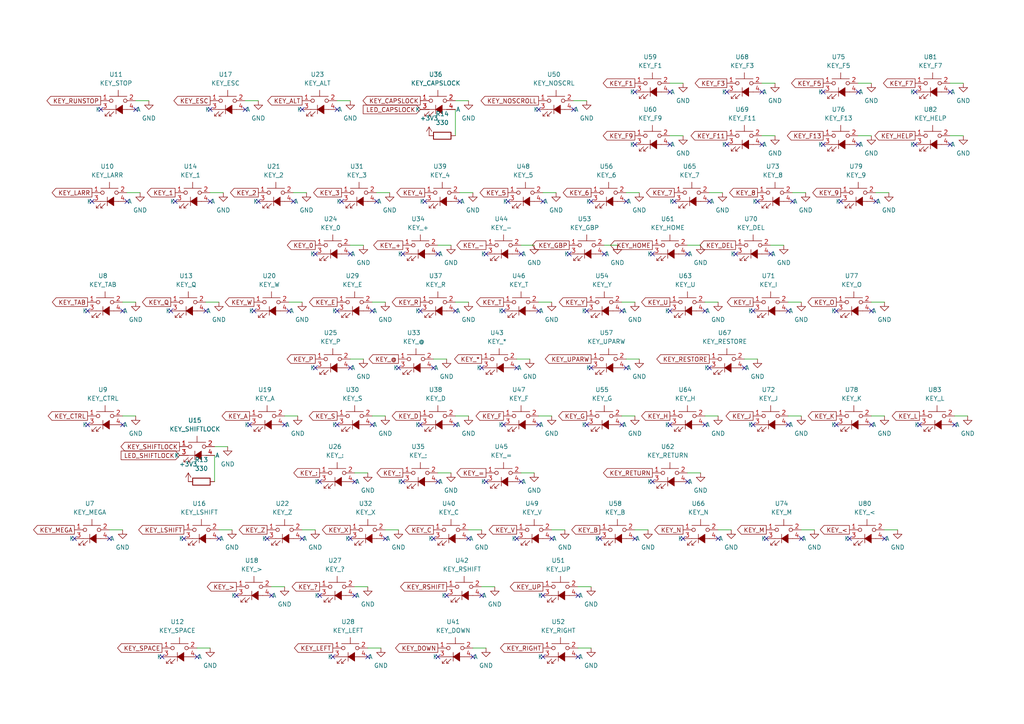
<source format=kicad_sch>
(kicad_sch (version 20211123) (generator eeschema)
  (paper "A4")
  (lib_symbols
    (symbol "00Project-CherryMX:CherryMX_LED" (pin_names (offset -3.9878))
      (property "Reference" "U" (at 2.54 4.445 0))
      (property "Value" "CherryMX_LED" (at 0 -4.445 0))
      (symbol "CherryMX_LED_1_1"
        (circle (center -2.032 1.27) (radius 0.508))
        (polyline (pts (xy -3.81 -3.175) (xy -2.54 -1.905)))
        (polyline (pts (xy -2.54 -3.175) (xy -1.27 -1.905)))
        (polyline (pts (xy -2.54 -1.27) (xy 2.54 -1.27)))
        (polyline (pts (xy -0.635 0) (xy -0.635 -2.54)))
        (polyline (pts (xy 0 2.54) (xy 0 4.318)))
        (polyline (pts (xy 2.54 2.54) (xy -2.54 2.54)))
        (polyline (pts (xy -3.81 -2.54) (xy -3.81 -3.175) (xy -3.175 -3.175)))
        (polyline (pts (xy -2.54 -2.54) (xy -2.54 -3.175) (xy -1.905 -3.175)))
        (polyline (pts (xy -0.635 -1.27) (xy 1.27 0) (xy 1.27 -2.54) (xy -0.635 -1.27)) (fill (type outline)))
        (circle (center 2.032 1.27) (radius 0.508))
        (pin passive line (at -5.08 1.27 0) (length 2.54) (name "~") (number "1"))
        (pin passive line (at 5.08 1.27 180) (length 2.54) (name "~") (number "2"))
        (pin passive line (at -5.08 -1.27 0) (length 2.54) (name "K") (number "3"))
        (pin passive line (at 5.08 -1.27 180) (length 2.54) (name "A") (number "4"))
      )
    )
    (symbol "00Project-LEDs:R" (pin_numbers hide) (pin_names (offset 0))
      (property "Reference" "R" (at 2.032 0 90))
      (property "Value" "R" (at 0 0 90))
      (symbol "R_0_1"
        (rectangle (start -1.016 -2.54) (end 1.016 2.54) (stroke (width 0.254)))
      )
      (symbol "R_1_1"
        (pin passive line (at 0 3.81 270) (length 1.27) (name "~") (number "1"))
        (pin passive line (at 0 -3.81 90) (length 1.27) (name "~") (number "2"))
      )
    )
    (symbol "power:+3.3V" (power) (pin_names (offset 0))
      (property "Value" "+3.3V" (at 0 3.556 0))
      (symbol "+3.3V_0_1"
        (polyline (pts (xy -0.762 1.27) (xy 0 2.54)))
        (polyline (pts (xy 0 0) (xy 0 2.54)))
        (polyline (pts (xy 0 2.54) (xy 0.762 1.27)))
      )
      (symbol "+3.3V_1_1"
        (pin power_in line (at 0 0 90) (length 0) hide (name "+3V3") (number "1"))
      )
    )
    (symbol "power:GND" (power) (pin_names (offset 0))
      (property "Value" "GND" (at 0 -3.81 0))
      (symbol "GND_0_1"
        (polyline (pts (xy 0 0) (xy 0 -1.27) (xy 1.27 -1.27) (xy 0 -2.54) (xy -1.27 -1.27) (xy 0 -1.27)))
      )
      (symbol "GND_1_1"
        (pin power_in line (at 0 0 270) (length 0) hide (name "GND") (number "1"))
      )
    )
  )
  (no_connect (at 111.76 156.21))
  (no_connect (at 107.95 123.19))
  (no_connect (at 35.56 123.19))
  (no_connect (at 266.7 123.19))
  (no_connect (at 57.15 190.5))
  (no_connect (at 252.73 123.19))
  (no_connect (at 149.86 156.21))
  (no_connect (at 171.45 106.68))
  (no_connect (at 68.58 172.72))
  (no_connect (at 49.53 90.17))
  (no_connect (at 265.43 26.67))
  (no_connect (at 101.6 156.21))
  (no_connect (at 72.39 123.19))
  (no_connect (at 184.15 41.91))
  (no_connect (at 180.34 90.17))
  (no_connect (at 133.35 58.42))
  (no_connect (at 256.54 156.21))
  (no_connect (at 157.48 172.72))
  (no_connect (at 132.08 123.19))
  (no_connect (at 121.92 123.19))
  (no_connect (at 165.1 73.66))
  (no_connect (at 63.5 156.21))
  (no_connect (at 210.82 41.91))
  (no_connect (at 129.54 172.72))
  (no_connect (at 127 139.7))
  (no_connect (at 238.76 41.91))
  (no_connect (at 208.28 156.21))
  (no_connect (at 222.25 156.21))
  (no_connect (at 199.39 139.7))
  (no_connect (at 31.75 156.21))
  (no_connect (at 102.87 172.72))
  (no_connect (at 91.44 73.66))
  (no_connect (at 218.44 90.17))
  (no_connect (at 99.06 58.42))
  (no_connect (at 218.44 123.19))
  (no_connect (at 59.69 90.17))
  (no_connect (at 275.59 41.91))
  (no_connect (at 248.92 26.67))
  (no_connect (at 25.4 90.17))
  (no_connect (at 96.52 190.5))
  (no_connect (at 265.43 41.91))
  (no_connect (at 194.31 41.91))
  (no_connect (at 121.92 90.17))
  (no_connect (at 252.73 90.17))
  (no_connect (at 107.95 90.17))
  (no_connect (at 77.47 156.21))
  (no_connect (at 92.71 172.72))
  (no_connect (at 242.57 90.17))
  (no_connect (at 85.09 58.42))
  (no_connect (at 195.58 58.42))
  (no_connect (at 166.37 31.75))
  (no_connect (at 173.99 156.21))
  (no_connect (at 82.55 123.19))
  (no_connect (at 60.96 31.75))
  (no_connect (at 276.86 123.19))
  (no_connect (at 140.97 139.7))
  (no_connect (at 180.34 123.19))
  (no_connect (at 228.6 90.17))
  (no_connect (at 140.97 73.66))
  (no_connect (at 223.52 73.66))
  (no_connect (at 127 190.5))
  (no_connect (at 198.12 156.21))
  (no_connect (at 147.32 58.42))
  (no_connect (at 25.4 123.19))
  (no_connect (at 97.79 123.19))
  (no_connect (at 101.6 73.66))
  (no_connect (at 109.22 58.42))
  (no_connect (at 116.84 139.7))
  (no_connect (at 26.67 58.42))
  (no_connect (at 91.44 106.68))
  (no_connect (at 125.73 156.21))
  (no_connect (at 167.64 190.5))
  (no_connect (at 243.84 58.42))
  (no_connect (at 210.82 26.67))
  (no_connect (at 146.05 90.17))
  (no_connect (at 160.02 156.21))
  (no_connect (at 29.21 31.75))
  (no_connect (at 170.18 123.19))
  (no_connect (at 228.6 123.19))
  (no_connect (at 87.63 31.75))
  (no_connect (at 97.79 31.75))
  (no_connect (at 189.23 139.7))
  (no_connect (at 184.15 156.21))
  (no_connect (at 232.41 156.21))
  (no_connect (at 97.79 90.17))
  (no_connect (at 106.68 190.5))
  (no_connect (at 254 58.42))
  (no_connect (at 78.74 172.72))
  (no_connect (at 73.66 90.17))
  (no_connect (at 127 73.66))
  (no_connect (at 171.45 58.42))
  (no_connect (at 175.26 73.66))
  (no_connect (at 229.87 58.42))
  (no_connect (at 139.7 106.68))
  (no_connect (at 83.82 90.17))
  (no_connect (at 181.61 106.68))
  (no_connect (at 184.15 26.67))
  (no_connect (at 87.63 156.21))
  (no_connect (at 137.16 190.5))
  (no_connect (at 275.59 26.67))
  (no_connect (at 151.13 139.7))
  (no_connect (at 135.89 156.21))
  (no_connect (at 74.93 58.42))
  (no_connect (at 167.64 172.72))
  (no_connect (at 205.74 58.42))
  (no_connect (at 149.86 106.68))
  (no_connect (at 132.08 90.17))
  (no_connect (at 157.48 58.42))
  (no_connect (at 194.31 26.67))
  (no_connect (at 35.56 90.17))
  (no_connect (at 60.96 58.42))
  (no_connect (at 156.21 90.17))
  (no_connect (at 189.23 73.66))
  (no_connect (at 92.71 139.7))
  (no_connect (at 102.87 139.7))
  (no_connect (at 46.99 190.5))
  (no_connect (at 36.83 58.42))
  (no_connect (at 246.38 156.21))
  (no_connect (at 220.98 41.91))
  (no_connect (at 157.48 190.5))
  (no_connect (at 156.21 31.75))
  (no_connect (at 156.21 123.19))
  (no_connect (at 21.59 156.21))
  (no_connect (at 194.31 123.19))
  (no_connect (at 199.39 73.66))
  (no_connect (at 115.57 106.68))
  (no_connect (at 151.13 73.66))
  (no_connect (at 170.18 90.17))
  (no_connect (at 125.73 106.68))
  (no_connect (at 194.31 90.17))
  (no_connect (at 238.76 26.67))
  (no_connect (at 220.98 26.67))
  (no_connect (at 204.47 90.17))
  (no_connect (at 204.47 123.19))
  (no_connect (at 39.37 31.75))
  (no_connect (at 219.71 58.42))
  (no_connect (at 215.9 106.68))
  (no_connect (at 53.34 156.21))
  (no_connect (at 71.12 31.75))
  (no_connect (at 181.61 58.42))
  (no_connect (at 139.7 172.72))
  (no_connect (at 116.84 73.66))
  (no_connect (at 101.6 106.68))
  (no_connect (at 248.92 41.91))
  (no_connect (at 205.74 106.68))
  (no_connect (at 213.36 73.66))
  (no_connect (at 242.57 123.19))
  (no_connect (at 50.8 58.42))
  (no_connect (at 146.05 123.19))
  (no_connect (at 123.19 58.42))
  (wire (pts (xy 107.95 87.63) (xy 111.76 87.63)))
  (wire (pts (xy 149.86 104.14) (xy 153.67 104.14)))
  (wire (pts (xy 228.6 87.63) (xy 232.41 87.63)))
  (wire (pts (xy 254 55.88) (xy 257.81 55.88)))
  (wire (pts (xy 194.31 24.13) (xy 198.12 24.13)))
  (wire (pts (xy 167.64 187.96) (xy 171.45 187.96)))
  (wire (pts (xy 256.54 153.67) (xy 260.35 153.67)))
  (wire (pts (xy 85.09 55.88) (xy 88.9 55.88)))
  (wire (pts (xy 132.08 120.65) (xy 135.89 120.65)))
  (wire (pts (xy 204.47 87.63) (xy 208.28 87.63)))
  (wire (pts (xy 167.64 170.18) (xy 171.45 170.18)))
  (wire (pts (xy 71.12 29.21) (xy 74.93 29.21)))
  (wire (pts (xy 39.37 29.21) (xy 43.18 29.21)))
  (wire (pts (xy 228.6 120.65) (xy 232.41 120.65)))
  (wire (pts (xy 151.13 71.12) (xy 154.94 71.12)))
  (wire (pts (xy 78.74 170.18) (xy 82.55 170.18)))
  (wire (pts (xy 215.9 104.14) (xy 219.71 104.14)))
  (wire (pts (xy 97.79 29.21) (xy 101.6 29.21)))
  (wire (pts (xy 220.98 24.13) (xy 224.79 24.13)))
  (wire (pts (xy 208.28 153.67) (xy 212.09 153.67)))
  (wire (pts (xy 102.87 170.18) (xy 106.68 170.18)))
  (wire (pts (xy 181.61 104.14) (xy 185.42 104.14)))
  (wire (pts (xy 223.52 71.12) (xy 227.33 71.12)))
  (wire (pts (xy 63.5 153.67) (xy 67.31 153.67)))
  (wire (pts (xy 62.23 132.08) (xy 62.23 139.7)))
  (wire (pts (xy 151.13 137.16) (xy 154.94 137.16)))
  (wire (pts (xy 107.95 120.65) (xy 111.76 120.65)))
  (wire (pts (xy 166.37 29.21) (xy 170.18 29.21)))
  (wire (pts (xy 125.73 104.14) (xy 129.54 104.14)))
  (wire (pts (xy 204.47 120.65) (xy 208.28 120.65)))
  (wire (pts (xy 276.86 120.65) (xy 280.67 120.65)))
  (wire (pts (xy 35.56 120.65) (xy 39.37 120.65)))
  (wire (pts (xy 156.21 87.63) (xy 160.02 87.63)))
  (wire (pts (xy 180.34 87.63) (xy 184.15 87.63)))
  (wire (pts (xy 156.21 120.65) (xy 160.02 120.65)))
  (wire (pts (xy 252.73 87.63) (xy 256.54 87.63)))
  (wire (pts (xy 175.26 71.12) (xy 179.07 71.12)))
  (wire (pts (xy 132.08 29.21) (xy 135.89 29.21)))
  (wire (pts (xy 62.23 129.54) (xy 66.04 129.54)))
  (wire (pts (xy 137.16 187.96) (xy 140.97 187.96)))
  (wire (pts (xy 101.6 71.12) (xy 105.41 71.12)))
  (wire (pts (xy 220.98 39.37) (xy 224.79 39.37)))
  (wire (pts (xy 205.74 55.88) (xy 209.55 55.88)))
  (wire (pts (xy 132.08 31.75) (xy 132.08 39.37)))
  (wire (pts (xy 252.73 120.65) (xy 256.54 120.65)))
  (wire (pts (xy 132.08 87.63) (xy 135.89 87.63)))
  (wire (pts (xy 232.41 153.67) (xy 236.22 153.67)))
  (wire (pts (xy 229.87 55.88) (xy 233.68 55.88)))
  (wire (pts (xy 199.39 137.16) (xy 203.2 137.16)))
  (wire (pts (xy 87.63 153.67) (xy 91.44 153.67)))
  (wire (pts (xy 57.15 187.96) (xy 60.96 187.96)))
  (wire (pts (xy 109.22 55.88) (xy 113.03 55.88)))
  (wire (pts (xy 160.02 153.67) (xy 163.83 153.67)))
  (wire (pts (xy 35.56 87.63) (xy 39.37 87.63)))
  (wire (pts (xy 194.31 39.37) (xy 198.12 39.37)))
  (wire (pts (xy 102.87 137.16) (xy 106.68 137.16)))
  (wire (pts (xy 59.69 87.63) (xy 63.5 87.63)))
  (wire (pts (xy 275.59 39.37) (xy 279.4 39.37)))
  (wire (pts (xy 157.48 55.88) (xy 161.29 55.88)))
  (wire (pts (xy 139.7 170.18) (xy 143.51 170.18)))
  (wire (pts (xy 101.6 104.14) (xy 105.41 104.14)))
  (wire (pts (xy 31.75 153.67) (xy 35.56 153.67)))
  (wire (pts (xy 275.59 24.13) (xy 279.4 24.13)))
  (wire (pts (xy 248.92 24.13) (xy 252.73 24.13)))
  (wire (pts (xy 135.89 153.67) (xy 139.7 153.67)))
  (wire (pts (xy 133.35 55.88) (xy 137.16 55.88)))
  (wire (pts (xy 199.39 71.12) (xy 203.2 71.12)))
  (wire (pts (xy 248.92 39.37) (xy 252.73 39.37)))
  (wire (pts (xy 106.68 187.96) (xy 110.49 187.96)))
  (wire (pts (xy 83.82 87.63) (xy 87.63 87.63)))
  (wire (pts (xy 181.61 55.88) (xy 185.42 55.88)))
  (wire (pts (xy 111.76 153.67) (xy 115.57 153.67)))
  (wire (pts (xy 127 71.12) (xy 130.81 71.12)))
  (wire (pts (xy 36.83 55.88) (xy 40.64 55.88)))
  (wire (pts (xy 60.96 55.88) (xy 64.77 55.88)))
  (wire (pts (xy 180.34 120.65) (xy 184.15 120.65)))
  (wire (pts (xy 184.15 153.67) (xy 187.96 153.67)))
  (wire (pts (xy 127 137.16) (xy 130.81 137.16)))
  (wire (pts (xy 82.55 120.65) (xy 86.36 120.65)))
  (global_label "KEY_9" (shape output) (at 243.84 55.88 180) (property "Intersheet References" "${INTERSHEET_REFS}" (effects hide)))
  (global_label "KEY_*" (shape output) (at 139.7 104.14 180) (property "Intersheet References" "${INTERSHEET_REFS}" (effects hide)))
  (global_label "KEY_E" (shape output) (at 97.79 87.63 180) (property "Intersheet References" "${INTERSHEET_REFS}" (effects hide)))
  (global_label "KEY_0" (shape output) (at 91.44 71.12 180) (property "Intersheet References" "${INTERSHEET_REFS}" (effects hide)))
  (global_label "KEY_F1" (shape output) (at 184.15 24.13 180) (property "Intersheet References" "${INTERSHEET_REFS}" (effects hide)))
  (global_label "KEY_8" (shape output) (at 219.71 55.88 180) (property "Intersheet References" "${INTERSHEET_REFS}" (effects hide)))
  (global_label "KEY_ESC" (shape output) (at 60.96 29.21 180) (property "Intersheet References" "${INTERSHEET_REFS}" (effects hide)))
  (global_label "KEY_LARR" (shape output) (at 26.67 55.88 180) (property "Intersheet References" "${INTERSHEET_REFS}" (effects hide)))
  (global_label "KEY_F9" (shape output) (at 184.15 39.37 180) (property "Intersheet References" "${INTERSHEET_REFS}" (effects hide)))
  (global_label "KEY_A" (shape output) (at 72.39 120.65 180) (property "Intersheet References" "${INTERSHEET_REFS}" (effects hide)))
  (global_label "KEY_MEGA" (shape output) (at 21.59 153.67 180) (property "Intersheet References" "${INTERSHEET_REFS}" (effects hide)))
  (global_label "KEY_<" (shape output) (at 246.38 153.67 180) (property "Intersheet References" "${INTERSHEET_REFS}" (effects hide)))
  (global_label "KEY_D" (shape output) (at 121.92 120.65 180) (property "Intersheet References" "${INTERSHEET_REFS}" (effects hide)))
  (global_label "KEY_>" (shape output) (at 68.58 170.18 180) (property "Intersheet References" "${INTERSHEET_REFS}" (effects hide)))
  (global_label "LED_CAPSLOCK" (shape input) (at 121.92 31.75 180) (property "Intersheet References" "${INTERSHEET_REFS}" (effects hide)))
  (global_label "KEY_;" (shape output) (at 116.84 137.16 180) (property "Intersheet References" "${INTERSHEET_REFS}" (effects hide)))
  (global_label "KEY_M" (shape output) (at 222.25 153.67 180) (property "Intersheet References" "${INTERSHEET_REFS}" (effects hide)))
  (global_label "KEY_RETURN" (shape output) (at 189.23 137.16 180) (property "Intersheet References" "${INTERSHEET_REFS}" (effects hide)))
  (global_label "KEY_DEL" (shape output) (at 213.36 71.12 180) (property "Intersheet References" "${INTERSHEET_REFS}" (effects hide)))
  (global_label "KEY_=" (shape output) (at 140.97 137.16 180) (property "Intersheet References" "${INTERSHEET_REFS}" (effects hide)))
  (global_label "KEY_R" (shape output) (at 121.92 87.63 180) (property "Intersheet References" "${INTERSHEET_REFS}" (effects hide)))
  (global_label "KEY_CTRL" (shape output) (at 25.4 120.65 180) (property "Intersheet References" "${INTERSHEET_REFS}" (effects hide)))
  (global_label "KEY_F" (shape output) (at 146.05 120.65 180) (property "Intersheet References" "${INTERSHEET_REFS}" (effects hide)))
  (global_label "KEY_Y" (shape output) (at 170.18 87.63 180) (property "Intersheet References" "${INTERSHEET_REFS}" (effects hide)))
  (global_label "KEY_-" (shape output) (at 140.97 71.12 180) (property "Intersheet References" "${INTERSHEET_REFS}" (effects hide)))
  (global_label "KEY_+" (shape output) (at 116.84 71.12 180) (property "Intersheet References" "${INTERSHEET_REFS}" (effects hide)))
  (global_label "KEY_I" (shape output) (at 218.44 87.63 180) (property "Intersheet References" "${INTERSHEET_REFS}" (effects hide)))
  (global_label "KEY_6" (shape output) (at 171.45 55.88 180) (property "Intersheet References" "${INTERSHEET_REFS}" (effects hide)))
  (global_label "KEY_N" (shape output) (at 198.12 153.67 180) (property "Intersheet References" "${INTERSHEET_REFS}" (effects hide)))
  (global_label "KEY_Z" (shape output) (at 77.47 153.67 180) (property "Intersheet References" "${INTERSHEET_REFS}" (effects hide)))
  (global_label "KEY_3" (shape output) (at 99.06 55.88 180) (property "Intersheet References" "${INTERSHEET_REFS}" (effects hide)))
  (global_label "KEY_4" (shape output) (at 123.19 55.88 180) (property "Intersheet References" "${INTERSHEET_REFS}" (effects hide)))
  (global_label "KEY_F13" (shape output) (at 238.76 39.37 180) (property "Intersheet References" "${INTERSHEET_REFS}" (effects hide)))
  (global_label "KEY_NOSCROLL" (shape output) (at 156.21 29.21 180) (property "Intersheet References" "${INTERSHEET_REFS}" (effects hide)))
  (global_label "KEY_HOME" (shape output) (at 189.23 71.12 180) (property "Intersheet References" "${INTERSHEET_REFS}" (effects hide)))
  (global_label "KEY_LSHIFT" (shape output) (at 53.34 153.67 180) (property "Intersheet References" "${INTERSHEET_REFS}" (effects hide)))
  (global_label "KEY_U" (shape output) (at 194.31 87.63 180) (property "Intersheet References" "${INTERSHEET_REFS}" (effects hide)))
  (global_label "KEY_F5" (shape output) (at 238.76 24.13 180) (property "Intersheet References" "${INTERSHEET_REFS}" (effects hide)))
  (global_label "KEY_SPACE" (shape output) (at 46.99 187.96 180) (property "Intersheet References" "${INTERSHEET_REFS}" (effects hide)))
  (global_label "KEY_Q" (shape output) (at 49.53 87.63 180) (property "Intersheet References" "${INTERSHEET_REFS}" (effects hide)))
  (global_label "KEY_DOWN" (shape output) (at 127 187.96 180) (property "Intersheet References" "${INTERSHEET_REFS}" (effects hide)))
  (global_label "KEY_L" (shape output) (at 266.7 120.65 180) (property "Intersheet References" "${INTERSHEET_REFS}" (effects hide)))
  (global_label "KEY_T" (shape output) (at 146.05 87.63 180) (property "Intersheet References" "${INTERSHEET_REFS}" (effects hide)))
  (global_label "KEY_RUNSTOP" (shape output) (at 29.21 29.21 180) (property "Intersheet References" "${INTERSHEET_REFS}" (effects hide)))
  (global_label "KEY_F7" (shape output) (at 265.43 24.13 180) (property "Intersheet References" "${INTERSHEET_REFS}" (effects hide)))
  (global_label "KEY_RESTORE" (shape output) (at 205.74 104.14 180) (property "Intersheet References" "${INTERSHEET_REFS}" (effects hide)))
  (global_label "KEY_S" (shape output) (at 97.79 120.65 180) (property "Intersheet References" "${INTERSHEET_REFS}" (effects hide)))
  (global_label "KEY_CAPSLOCK" (shape output) (at 121.92 29.21 180) (property "Intersheet References" "${INTERSHEET_REFS}" (effects hide)))
  (global_label "LED_SHIFTLOCK" (shape input) (at 52.07 132.08 180) (property "Intersheet References" "${INTERSHEET_REFS}" (effects hide)))
  (global_label "KEY_RIGHT" (shape output) (at 157.48 187.96 180) (property "Intersheet References" "${INTERSHEET_REFS}" (effects hide)))
  (global_label "KEY_F3" (shape output) (at 210.82 24.13 180) (property "Intersheet References" "${INTERSHEET_REFS}" (effects hide)))
  (global_label "KEY_LEFT" (shape output) (at 96.52 187.96 180) (property "Intersheet References" "${INTERSHEET_REFS}" (effects hide)))
  (global_label "KEY_G" (shape output) (at 170.18 120.65 180) (property "Intersheet References" "${INTERSHEET_REFS}" (effects hide)))
  (global_label "KEY_HELP" (shape output) (at 265.43 39.37 180) (property "Intersheet References" "${INTERSHEET_REFS}" (effects hide)))
  (global_label "KEY_K" (shape output) (at 242.57 120.65 180) (property "Intersheet References" "${INTERSHEET_REFS}" (effects hide)))
  (global_label "KEY_C" (shape output) (at 125.73 153.67 180) (property "Intersheet References" "${INTERSHEET_REFS}" (effects hide)))
  (global_label "KEY_P" (shape output) (at 91.44 104.14 180) (property "Intersheet References" "${INTERSHEET_REFS}" (effects hide)))
  (global_label "KEY_X" (shape output) (at 101.6 153.67 180) (property "Intersheet References" "${INTERSHEET_REFS}" (effects hide)))
  (global_label "KEY_V" (shape output) (at 149.86 153.67 180) (property "Intersheet References" "${INTERSHEET_REFS}" (effects hide)))
  (global_label "KEY_5" (shape output) (at 147.32 55.88 180) (property "Intersheet References" "${INTERSHEET_REFS}" (effects hide)))
  (global_label "KEY_ALT" (shape output) (at 87.63 29.21 180) (property "Intersheet References" "${INTERSHEET_REFS}" (effects hide)))
  (global_label "KEY_:" (shape output) (at 92.71 137.16 180) (property "Intersheet References" "${INTERSHEET_REFS}" (effects hide)))
  (global_label "KEY_2" (shape output) (at 74.93 55.88 180) (property "Intersheet References" "${INTERSHEET_REFS}" (effects hide)))
  (global_label "KEY_SHIFTLOCK" (shape output) (at 52.07 129.54 180) (property "Intersheet References" "${INTERSHEET_REFS}" (effects hide)))
  (global_label "KEY_W" (shape output) (at 73.66 87.63 180) (property "Intersheet References" "${INTERSHEET_REFS}" (effects hide)))
  (global_label "KEY_7" (shape output) (at 195.58 55.88 180) (property "Intersheet References" "${INTERSHEET_REFS}" (effects hide)))
  (global_label "KEY_UPARW" (shape output) (at 171.45 104.14 180) (property "Intersheet References" "${INTERSHEET_REFS}" (effects hide)))
  (global_label "KEY_RSHIFT" (shape output) (at 129.54 170.18 180) (property "Intersheet References" "${INTERSHEET_REFS}" (effects hide)))
  (global_label "KEY_GBP" (shape output) (at 165.1 71.12 180) (property "Intersheet References" "${INTERSHEET_REFS}" (effects hide)))
  (global_label "KEY_H" (shape output) (at 194.31 120.65 180) (property "Intersheet References" "${INTERSHEET_REFS}" (effects hide)))
  (global_label "KEY_UP" (shape output) (at 157.48 170.18 180) (property "Intersheet References" "${INTERSHEET_REFS}" (effects hide)))
  (global_label "KEY_B" (shape output) (at 173.99 153.67 180) (property "Intersheet References" "${INTERSHEET_REFS}" (effects hide)))
  (global_label "KEY_@" (shape output) (at 115.57 104.14 180) (property "Intersheet References" "${INTERSHEET_REFS}" (effects hide)))
  (global_label "KEY_1" (shape output) (at 50.8 55.88 180) (property "Intersheet References" "${INTERSHEET_REFS}" (effects hide)))
  (global_label "KEY_O" (shape output) (at 242.57 87.63 180) (property "Intersheet References" "${INTERSHEET_REFS}" (effects hide)))
  (global_label "KEY_F11" (shape output) (at 210.82 39.37 180) (property "Intersheet References" "${INTERSHEET_REFS}" (effects hide)))
  (global_label "KEY_?" (shape output) (at 92.71 170.18 180) (property "Intersheet References" "${INTERSHEET_REFS}" (effects hide)))
  (global_label "KEY_TAB" (shape output) (at 25.4 87.63 180) (property "Intersheet References" "${INTERSHEET_REFS}" (effects hide)))
  (global_label "KEY_J" (shape output) (at 218.44 120.65 180) (property "Intersheet References" "${INTERSHEET_REFS}" (effects hide)))
  (symbol (lib_id "power:GND") (at 171.45 170.18 0) (unit 1)
    (property "Reference" "#PWR079" (effects hide))
    (property "Value" "GND" (at 171.45 175.26 0))
  )
  (symbol (lib_id "00Project-CherryMX:CherryMX_LED") (at 77.47 121.92 0) (unit 1)
    (property "Reference" "U19" (at 76.835 113.03 0))
    (property "Value" "KEY_A" (at 76.835 115.57 0))
    (property "Footprint" "00Project-KeySwitches:SW_Cherry_MX1A_1.00u_PCB_LED" (effects hide))
  )
  (symbol (lib_id "00Project-CherryMX:CherryMX_LED") (at 215.9 25.4 0) (unit 1)
    (property "Reference" "U68" (at 215.265 16.51 0))
    (property "Value" "KEY_F3" (at 215.265 19.05 0))
    (property "Footprint" "00Project-KeySwitches:SW_Cherry_MX1A_1.00u_PCB_LED" (effects hide))
  )
  (symbol (lib_id "power:GND") (at 161.29 55.88 0) (unit 1)
    (property "Reference" "#PWR076" (effects hide))
    (property "Value" "GND" (at 161.29 60.96 0))
  )
  (symbol (lib_id "00Project-CherryMX:CherryMX_LED") (at 210.82 105.41 0) (unit 1)
    (property "Reference" "U67" (at 210.185 96.52 0))
    (property "Value" "KEY_RESTORE" (at 210.185 99.06 0))
    (property "Footprint" "00Project-KeySwitches:SW_Cherry_MX1A_1.00u_PCB_LED" (effects hide))
  )
  (symbol (lib_id "power:GND") (at 232.41 87.63 0) (unit 1)
    (property "Reference" "#PWR099" (effects hide))
    (property "Value" "GND" (at 232.41 92.71 0))
  )
  (symbol (lib_id "power:GND") (at 227.33 71.12 0) (unit 1)
    (property "Reference" "#PWR098" (effects hide))
    (property "Value" "GND" (at 227.33 76.2 0))
  )
  (symbol (lib_id "00Project-CherryMX:CherryMX_LED") (at 247.65 121.92 0) (unit 1)
    (property "Reference" "U78" (at 247.015 113.03 0))
    (property "Value" "KEY_K" (at 247.015 115.57 0))
    (property "Footprint" "00Project-KeySwitches:SW_Cherry_MX1A_1.00u_PCB_LED" (effects hide))
  )
  (symbol (lib_id "00Project-CherryMX:CherryMX_LED") (at 203.2 154.94 0) (unit 1)
    (property "Reference" "U66" (at 202.565 146.05 0))
    (property "Value" "KEY_N" (at 202.565 148.59 0))
    (property "Footprint" "00Project-KeySwitches:SW_Cherry_MX1A_1.00u_PCB_LED" (effects hide))
  )
  (symbol (lib_id "00Project-CherryMX:CherryMX_LED") (at 243.84 25.4 0) (unit 1)
    (property "Reference" "U75" (at 243.205 16.51 0))
    (property "Value" "KEY_F5" (at 243.205 19.05 0))
    (property "Footprint" "00Project-KeySwitches:SW_Cherry_MX1A_1.00u_PCB_LED" (effects hide))
  )
  (symbol (lib_id "power:GND") (at 257.81 55.88 0) (unit 1)
    (property "Reference" "#PWR0107" (effects hide))
    (property "Value" "GND" (at 257.81 60.96 0))
  )
  (symbol (lib_id "00Project-CherryMX:CherryMX_LED") (at 102.87 88.9 0) (unit 1)
    (property "Reference" "U29" (at 102.235 80.01 0))
    (property "Value" "KEY_E" (at 102.235 82.55 0))
    (property "Footprint" "00Project-KeySwitches:SW_Cherry_MX1A_1.00u_PCB_LED" (effects hide))
  )
  (symbol (lib_id "power:GND") (at 279.4 24.13 0) (unit 1)
    (property "Reference" "#PWR0109" (effects hide))
    (property "Value" "GND" (at 279.4 29.21 0))
  )
  (symbol (lib_id "00Project-CherryMX:CherryMX_LED") (at 55.88 57.15 0) (unit 1)
    (property "Reference" "U14" (at 55.245 48.26 0))
    (property "Value" "KEY_1" (at 55.245 50.8 0))
    (property "Footprint" "00Project-KeySwitches:SW_Cherry_MX1A_1.00u_PCB_LED" (effects hide))
  )
  (symbol (lib_id "00Project-CherryMX:CherryMX_LED") (at 80.01 57.15 0) (unit 1)
    (property "Reference" "U21" (at 79.375 48.26 0))
    (property "Value" "KEY_2" (at 79.375 50.8 0))
    (property "Footprint" "00Project-KeySwitches:SW_Cherry_MX1A_1.00u_PCB_LED" (effects hide))
  )
  (symbol (lib_id "00Project-CherryMX:CherryMX_LED") (at 154.94 154.94 0) (unit 1)
    (property "Reference" "U49" (at 154.305 146.05 0))
    (property "Value" "KEY_V" (at 154.305 148.59 0))
    (property "Footprint" "00Project-KeySwitches:SW_Cherry_MX1A_1.00u_PCB_LED" (effects hide))
  )
  (symbol (lib_id "power:GND") (at 256.54 87.63 0) (unit 1)
    (property "Reference" "#PWR0105" (effects hide))
    (property "Value" "GND" (at 256.54 92.71 0))
  )
  (symbol (lib_id "power:GND") (at 137.16 55.88 0) (unit 1)
    (property "Reference" "#PWR067" (effects hide))
    (property "Value" "GND" (at 137.16 60.96 0))
  )
  (symbol (lib_id "power:GND") (at 139.7 153.67 0) (unit 1)
    (property "Reference" "#PWR068" (effects hide))
    (property "Value" "GND" (at 139.7 158.75 0))
  )
  (symbol (lib_id "power:GND") (at 224.79 24.13 0) (unit 1)
    (property "Reference" "#PWR096" (effects hide))
    (property "Value" "GND" (at 224.79 29.21 0))
  )
  (symbol (lib_id "00Project-CherryMX:CherryMX_LED") (at 106.68 154.94 0) (unit 1)
    (property "Reference" "U32" (at 106.045 146.05 0))
    (property "Value" "KEY_X" (at 106.045 148.59 0))
    (property "Footprint" "00Project-KeySwitches:SW_Cherry_MX1A_1.00u_PCB_LED" (effects hide))
  )
  (symbol (lib_id "power:GND") (at 111.76 87.63 0) (unit 1)
    (property "Reference" "#PWR056" (effects hide))
    (property "Value" "GND" (at 111.76 92.71 0))
  )
  (symbol (lib_id "power:GND") (at 105.41 104.14 0) (unit 1)
    (property "Reference" "#PWR052" (effects hide))
    (property "Value" "GND" (at 105.41 109.22 0))
  )
  (symbol (lib_id "power:GND") (at 60.96 187.96 0) (unit 1)
    (property "Reference" "#PWR039" (effects hide))
    (property "Value" "GND" (at 60.96 193.04 0))
  )
  (symbol (lib_id "00Project-CherryMX:CherryMX_LED") (at 151.13 121.92 0) (unit 1)
    (property "Reference" "U47" (at 150.495 113.03 0))
    (property "Value" "KEY_F" (at 150.495 115.57 0))
    (property "Footprint" "00Project-KeySwitches:SW_Cherry_MX1A_1.00u_PCB_LED" (effects hide))
  )
  (symbol (lib_id "power:GND") (at 43.18 29.21 0) (unit 1)
    (property "Reference" "#PWR037" (effects hide))
    (property "Value" "GND" (at 43.18 34.29 0))
  )
  (symbol (lib_id "00Project-CherryMX:CherryMX_LED") (at 175.26 121.92 0) (unit 1)
    (property "Reference" "U55" (at 174.625 113.03 0))
    (property "Value" "KEY_G" (at 174.625 115.57 0))
    (property "Footprint" "00Project-KeySwitches:SW_Cherry_MX1A_1.00u_PCB_LED" (effects hide))
  )
  (symbol (lib_id "00Project-CherryMX:CherryMX_LED") (at 200.66 57.15 0) (unit 1)
    (property "Reference" "U65" (at 200.025 48.26 0))
    (property "Value" "KEY_7" (at 200.025 50.8 0))
    (property "Footprint" "00Project-KeySwitches:SW_Cherry_MX1A_1.00u_PCB_LED" (effects hide))
  )
  (symbol (lib_id "00Project-CherryMX:CherryMX_LED") (at 170.18 72.39 0) (unit 1)
    (property "Reference" "U53" (at 169.545 63.5 0))
    (property "Value" "KEY_GBP" (at 169.545 66.04 0))
    (property "Footprint" "00Project-KeySwitches:SW_Cherry_MX1A_1.00u_PCB_LED" (effects hide))
  )
  (symbol (lib_id "00Project-CherryMX:CherryMX_LED") (at 189.23 40.64 0) (unit 1)
    (property "Reference" "U60" (at 188.595 31.75 0))
    (property "Value" "KEY_F9" (at 188.595 34.29 0))
    (property "Footprint" "00Project-KeySwitches:SW_Cherry_MX1A_1.00u_PCB_LED" (effects hide))
  )
  (symbol (lib_id "power:GND") (at 233.68 55.88 0) (unit 1)
    (property "Reference" "#PWR0101" (effects hide))
    (property "Value" "GND" (at 233.68 60.96 0))
  )
  (symbol (lib_id "00Project-CherryMX:CherryMX_LED") (at 127 121.92 0) (unit 1)
    (property "Reference" "U38" (at 126.365 113.03 0))
    (property "Value" "KEY_D" (at 126.365 115.57 0))
    (property "Footprint" "00Project-KeySwitches:SW_Cherry_MX1A_1.00u_PCB_LED" (effects hide))
  )
  (symbol (lib_id "00Project-CherryMX:CherryMX_LED") (at 215.9 40.64 0) (unit 1)
    (property "Reference" "U69" (at 215.265 31.75 0))
    (property "Value" "KEY_F11" (at 215.265 34.29 0))
    (property "Footprint" "00Project-KeySwitches:SW_Cherry_MX1A_1.00u_PCB_LED" (effects hide))
  )
  (symbol (lib_id "00Project-CherryMX:CherryMX_LED") (at 227.33 154.94 0) (unit 1)
    (property "Reference" "U74" (at 226.695 146.05 0))
    (property "Value" "KEY_M" (at 226.695 148.59 0))
    (property "Footprint" "00Project-KeySwitches:SW_Cherry_MX1A_1.00u_PCB_LED" (effects hide))
  )
  (symbol (lib_id "power:GND") (at 135.89 87.63 0) (unit 1)
    (property "Reference" "#PWR065" (effects hide))
    (property "Value" "GND" (at 135.89 92.71 0))
  )
  (symbol (lib_id "00Project-CherryMX:CherryMX_LED") (at 218.44 72.39 0) (unit 1)
    (property "Reference" "U70" (at 217.805 63.5 0))
    (property "Value" "KEY_DEL" (at 217.805 66.04 0))
    (property "Footprint" "00Project-KeySwitches:SW_Cherry_MX1A_1.00u_PCB_LED" (effects hide))
  )
  (symbol (lib_id "power:GND") (at 106.68 170.18 0) (unit 1)
    (property "Reference" "#PWR054" (effects hide))
    (property "Value" "GND" (at 106.68 175.26 0))
  )
  (symbol (lib_id "power:GND") (at 260.35 153.67 0) (unit 1)
    (property "Reference" "#PWR0108" (effects hide))
    (property "Value" "GND" (at 260.35 158.75 0))
  )
  (symbol (lib_id "power:GND") (at 130.81 71.12 0) (unit 1)
    (property "Reference" "#PWR062" (effects hide))
    (property "Value" "GND" (at 130.81 76.2 0))
  )
  (symbol (lib_id "00Project-CherryMX:CherryMX_LED") (at 175.26 88.9 0) (unit 1)
    (property "Reference" "U54" (at 174.625 80.01 0))
    (property "Value" "KEY_Y" (at 174.625 82.55 0))
    (property "Footprint" "00Project-KeySwitches:SW_Cherry_MX1A_1.00u_PCB_LED" (effects hide))
  )
  (symbol (lib_id "00Project-CherryMX:CherryMX_LED") (at 127 88.9 0) (unit 1)
    (property "Reference" "U37" (at 126.365 80.01 0))
    (property "Value" "KEY_R" (at 126.365 82.55 0))
    (property "Footprint" "00Project-KeySwitches:SW_Cherry_MX1A_1.00u_PCB_LED" (effects hide))
  )
  (symbol (lib_id "00Project-CherryMX:CherryMX_LED") (at 30.48 88.9 0) (unit 1)
    (property "Reference" "U8" (at 29.845 80.01 0))
    (property "Value" "KEY_TAB" (at 29.845 82.55 0))
    (property "Footprint" "00Project-KeySwitches:SW_Cherry_MX1A_1.00u_PCB_LED" (effects hide))
  )
  (symbol (lib_id "power:GND") (at 111.76 120.65 0) (unit 1)
    (property "Reference" "#PWR057" (effects hide))
    (property "Value" "GND" (at 111.76 125.73 0))
  )
  (symbol (lib_id "00Project-CherryMX:CherryMX_LED") (at 58.42 154.94 0) (unit 1)
    (property "Reference" "U16" (at 57.785 146.05 0))
    (property "Value" "KEY_LSHIFT" (at 57.785 148.59 0))
    (property "Footprint" "00Project-KeySwitches:SW_Cherry_MX1A_1.00u_PCB_LED" (effects hide))
  )
  (symbol (lib_id "power:GND") (at 236.22 153.67 0) (unit 1)
    (property "Reference" "#PWR0102" (effects hide))
    (property "Value" "GND" (at 236.22 158.75 0))
  )
  (symbol (lib_id "power:GND") (at 198.12 24.13 0) (unit 1)
    (property "Reference" "#PWR087" (effects hide))
    (property "Value" "GND" (at 198.12 29.21 0))
  )
  (symbol (lib_id "power:GND") (at 170.18 29.21 0) (unit 1)
    (property "Reference" "#PWR078" (effects hide))
    (property "Value" "GND" (at 170.18 34.29 0))
  )
  (symbol (lib_id "power:GND") (at 135.89 120.65 0) (unit 1)
    (property "Reference" "#PWR066" (effects hide))
    (property "Value" "GND" (at 135.89 125.73 0))
  )
  (symbol (lib_id "00Project-CherryMX:CherryMX_LED") (at 151.13 88.9 0) (unit 1)
    (property "Reference" "U46" (at 150.495 80.01 0))
    (property "Value" "KEY_T" (at 150.495 82.55 0))
    (property "Footprint" "00Project-KeySwitches:SW_Cherry_MX1A_1.00u_PCB_LED" (effects hide))
  )
  (symbol (lib_id "power:GND") (at 209.55 55.88 0) (unit 1)
    (property "Reference" "#PWR093" (effects hide))
    (property "Value" "GND" (at 209.55 60.96 0))
  )
  (symbol (lib_id "power:GND") (at 135.89 29.21 0) (unit 1)
    (property "Reference" "#PWR064" (effects hide))
    (property "Value" "GND" (at 135.89 34.29 0))
  )
  (symbol (lib_id "power:GND") (at 208.28 120.65 0) (unit 1)
    (property "Reference" "#PWR092" (effects hide))
    (property "Value" "GND" (at 208.28 125.73 0))
  )
  (symbol (lib_id "00Project-CherryMX:CherryMX_LED") (at 92.71 30.48 0) (unit 1)
    (property "Reference" "U23" (at 92.075 21.59 0))
    (property "Value" "KEY_ALT" (at 92.075 24.13 0))
    (property "Footprint" "00Project-KeySwitches:SW_Cherry_MX1A_1.00u_PCB_LED" (effects hide))
  )
  (symbol (lib_id "power:GND") (at 88.9 55.88 0) (unit 1)
    (property "Reference" "#PWR048" (effects hide))
    (property "Value" "GND" (at 88.9 60.96 0))
  )
  (symbol (lib_id "power:GND") (at 163.83 153.67 0) (unit 1)
    (property "Reference" "#PWR077" (effects hide))
    (property "Value" "GND" (at 163.83 158.75 0))
  )
  (symbol (lib_id "00Project-CherryMX:CherryMX_LED") (at 102.87 121.92 0) (unit 1)
    (property "Reference" "U30" (at 102.235 113.03 0))
    (property "Value" "KEY_S" (at 102.235 115.57 0))
    (property "Footprint" "00Project-KeySwitches:SW_Cherry_MX1A_1.00u_PCB_LED" (effects hide))
  )
  (symbol (lib_id "power:GND") (at 105.41 71.12 0) (unit 1)
    (property "Reference" "#PWR051" (effects hide))
    (property "Value" "GND" (at 105.41 76.2 0))
  )
  (symbol (lib_id "power:GND") (at 160.02 120.65 0) (unit 1)
    (property "Reference" "#PWR075" (effects hide))
    (property "Value" "GND" (at 160.02 125.73 0))
  )
  (symbol (lib_id "00Project-CherryMX:CherryMX_LED") (at 96.52 105.41 0) (unit 1)
    (property "Reference" "U25" (at 95.885 96.52 0))
    (property "Value" "KEY_P" (at 95.885 99.06 0))
    (property "Footprint" "00Project-KeySwitches:SW_Cherry_MX1A_1.00u_PCB_LED" (effects hide))
  )
  (symbol (lib_id "00Project-CherryMX:CherryMX_LED") (at 54.61 88.9 0) (unit 1)
    (property "Reference" "U13" (at 53.975 80.01 0))
    (property "Value" "KEY_Q" (at 53.975 82.55 0))
    (property "Footprint" "00Project-KeySwitches:SW_Cherry_MX1A_1.00u_PCB_LED" (effects hide))
  )
  (symbol (lib_id "00Project-LEDs:R") (at 58.42 139.7 270) (unit 1)
    (property "Reference" "R13" (at 58.42 133.35 90))
    (property "Value" "330" (at 58.42 135.89 90))
    (property "Footprint" "00Project-LEDs:Labeled Resistor" (effects hide))
  )
  (symbol (lib_id "power:GND") (at 198.12 39.37 0) (unit 1)
    (property "Reference" "#PWR088" (effects hide))
    (property "Value" "GND" (at 198.12 44.45 0))
  )
  (symbol (lib_id "00Project-LEDs:R") (at 128.27 39.37 270) (unit 1)
    (property "Reference" "R14" (at 128.27 33.02 90))
    (property "Value" "330" (at 128.27 35.56 90))
    (property "Footprint" "00Project-LEDs:Labeled Resistor" (effects hide))
  )
  (symbol (lib_id "00Project-CherryMX:CherryMX_LED") (at 96.52 72.39 0) (unit 1)
    (property "Reference" "U24" (at 95.885 63.5 0))
    (property "Value" "KEY_0" (at 95.885 66.04 0))
    (property "Footprint" "00Project-KeySwitches:SW_Cherry_MX1A_1.00u_PCB_LED" (effects hide))
  )
  (symbol (lib_id "power:GND") (at 64.77 55.88 0) (unit 1)
    (property "Reference" "#PWR041" (effects hide))
    (property "Value" "GND" (at 64.77 60.96 0))
  )
  (symbol (lib_id "00Project-CherryMX:CherryMX_LED") (at 127 30.48 0) (unit 1)
    (property "Reference" "U36" (at 126.365 21.59 0))
    (property "Value" "KEY_CAPSLOCK" (at 126.365 24.13 0))
    (property "Footprint" "00Project-KeySwitches:SW_Cherry_MX1A_1.00u_PCB_LED" (effects hide))
  )
  (symbol (lib_id "00Project-CherryMX:CherryMX_LED") (at 223.52 121.92 0) (unit 1)
    (property "Reference" "U72" (at 222.885 113.03 0))
    (property "Value" "KEY_J" (at 222.885 115.57 0))
    (property "Footprint" "00Project-KeySwitches:SW_Cherry_MX1A_1.00u_PCB_LED" (effects hide))
  )
  (symbol (lib_id "power:GND") (at 280.67 120.65 0) (unit 1)
    (property "Reference" "#PWR0111" (effects hide))
    (property "Value" "GND" (at 280.67 125.73 0))
  )
  (symbol (lib_id "power:GND") (at 185.42 104.14 0) (unit 1)
    (property "Reference" "#PWR085" (effects hide))
    (property "Value" "GND" (at 185.42 109.22 0))
  )
  (symbol (lib_id "00Project-CherryMX:CherryMX_LED") (at 52.07 189.23 0) (unit 1)
    (property "Reference" "U12" (at 51.435 180.34 0))
    (property "Value" "KEY_SPACE" (at 51.435 182.88 0))
    (property "Footprint" "00Project-KeySwitches:SW_Cherry_MX1A_1.00u_PCB_LED" (effects hide))
  )
  (symbol (lib_id "power:GND") (at 86.36 120.65 0) (unit 1)
    (property "Reference" "#PWR046" (effects hide))
    (property "Value" "GND" (at 86.36 125.73 0))
  )
  (symbol (lib_id "00Project-CherryMX:CherryMX_LED") (at 121.92 72.39 0) (unit 1)
    (property "Reference" "U34" (at 121.285 63.5 0))
    (property "Value" "KEY_+" (at 121.285 66.04 0))
    (property "Footprint" "00Project-KeySwitches:SW_Cherry_MX1A_1.00u_PCB_LED" (effects hide))
  )
  (symbol (lib_id "power:GND") (at 40.64 55.88 0) (unit 1)
    (property "Reference" "#PWR036" (effects hide))
    (property "Value" "GND" (at 40.64 60.96 0))
  )
  (symbol (lib_id "power:GND") (at 252.73 24.13 0) (unit 1)
    (property "Reference" "#PWR0103" (effects hide))
    (property "Value" "GND" (at 252.73 29.21 0))
  )
  (symbol (lib_id "power:GND") (at 82.55 170.18 0) (unit 1)
    (property "Reference" "#PWR045" (effects hide))
    (property "Value" "GND" (at 82.55 175.26 0))
  )
  (symbol (lib_id "power:GND") (at 115.57 153.67 0) (unit 1)
    (property "Reference" "#PWR059" (effects hide))
    (property "Value" "GND" (at 115.57 158.75 0))
  )
  (symbol (lib_id "00Project-CherryMX:CherryMX_LED") (at 248.92 57.15 0) (unit 1)
    (property "Reference" "U79" (at 248.285 48.26 0))
    (property "Value" "KEY_9" (at 248.285 50.8 0))
    (property "Footprint" "00Project-KeySwitches:SW_Cherry_MX1A_1.00u_PCB_LED" (effects hide))
  )
  (symbol (lib_id "power:GND") (at 143.51 170.18 0) (unit 1)
    (property "Reference" "#PWR070" (effects hide))
    (property "Value" "GND" (at 143.51 175.26 0))
  )
  (symbol (lib_id "00Project-CherryMX:CherryMX_LED") (at 97.79 138.43 0) (unit 1)
    (property "Reference" "U26" (at 97.155 129.54 0))
    (property "Value" "KEY_:" (at 97.155 132.08 0))
    (property "Footprint" "00Project-KeySwitches:SW_Cherry_MX1A_1.00u_PCB_LED" (effects hide))
  )
  (symbol (lib_id "00Project-CherryMX:CherryMX_LED") (at 144.78 105.41 0) (unit 1)
    (property "Reference" "U43" (at 144.145 96.52 0))
    (property "Value" "KEY_*" (at 144.145 99.06 0))
    (property "Footprint" "00Project-KeySwitches:SW_Cherry_MX1A_1.00u_PCB_LED" (effects hide))
  )
  (symbol (lib_id "power:GND") (at 101.6 29.21 0) (unit 1)
    (property "Reference" "#PWR050" (effects hide))
    (property "Value" "GND" (at 101.6 34.29 0))
  )
  (symbol (lib_id "00Project-CherryMX:CherryMX_LED") (at 162.56 171.45 0) (unit 1)
    (property "Reference" "U51" (at 161.925 162.56 0))
    (property "Value" "KEY_UP" (at 161.925 165.1 0))
    (property "Footprint" "00Project-KeySwitches:SW_Cherry_MX1A_1.00u_PCB_LED" (effects hide))
  )
  (symbol (lib_id "00Project-CherryMX:CherryMX_LED") (at 176.53 105.41 0) (unit 1)
    (property "Reference" "U57" (at 175.895 96.52 0))
    (property "Value" "KEY_UPARW" (at 175.895 99.06 0))
    (property "Footprint" "00Project-KeySwitches:SW_Cherry_MX1A_1.00u_PCB_LED" (effects hide))
  )
  (symbol (lib_id "00Project-CherryMX:CherryMX_LED") (at 271.78 121.92 0) (unit 1)
    (property "Reference" "U83" (at 271.145 113.03 0))
    (property "Value" "KEY_L" (at 271.145 115.57 0))
    (property "Footprint" "00Project-KeySwitches:SW_Cherry_MX1A_1.00u_PCB_LED" (effects hide))
  )
  (symbol (lib_id "power:GND") (at 187.96 153.67 0) (unit 1)
    (property "Reference" "#PWR086" (effects hide))
    (property "Value" "GND" (at 187.96 158.75 0))
  )
  (symbol (lib_id "00Project-CherryMX:CherryMX_LED") (at 132.08 189.23 0) (unit 1)
    (property "Reference" "U41" (at 131.445 180.34 0))
    (property "Value" "KEY_DOWN" (at 131.445 182.88 0))
    (property "Footprint" "00Project-KeySwitches:SW_Cherry_MX1A_1.00u_PCB_LED" (effects hide))
  )
  (symbol (lib_id "00Project-CherryMX:CherryMX_LED") (at 73.66 171.45 0) (unit 1)
    (property "Reference" "U18" (at 73.025 162.56 0))
    (property "Value" "KEY_>" (at 73.025 165.1 0))
    (property "Footprint" "00Project-KeySwitches:SW_Cherry_MX1A_1.00u_PCB_LED" (effects hide))
  )
  (symbol (lib_id "00Project-CherryMX:CherryMX_LED") (at 243.84 40.64 0) (unit 1)
    (property "Reference" "U76" (at 243.205 31.75 0))
    (property "Value" "KEY_F13" (at 243.205 34.29 0))
    (property "Footprint" "00Project-KeySwitches:SW_Cherry_MX1A_1.00u_PCB_LED" (effects hide))
  )
  (symbol (lib_id "power:GND") (at 256.54 120.65 0) (unit 1)
    (property "Reference" "#PWR0106" (effects hide))
    (property "Value" "GND" (at 256.54 125.73 0))
  )
  (symbol (lib_id "00Project-CherryMX:CherryMX_LED") (at 162.56 189.23 0) (unit 1)
    (property "Reference" "U52" (at 161.925 180.34 0))
    (property "Value" "KEY_RIGHT" (at 161.925 182.88 0))
    (property "Footprint" "00Project-KeySwitches:SW_Cherry_MX1A_1.00u_PCB_LED" (effects hide))
  )
  (symbol (lib_id "power:GND") (at 140.97 187.96 0) (unit 1)
    (property "Reference" "#PWR069" (effects hide))
    (property "Value" "GND" (at 140.97 193.04 0))
  )
  (symbol (lib_id "power:GND") (at 87.63 87.63 0) (unit 1)
    (property "Reference" "#PWR047" (effects hide))
    (property "Value" "GND" (at 87.63 92.71 0))
  )
  (symbol (lib_id "power:GND") (at 113.03 55.88 0) (unit 1)
    (property "Reference" "#PWR058" (effects hide))
    (property "Value" "GND" (at 113.03 60.96 0))
  )
  (symbol (lib_id "power:GND") (at 252.73 39.37 0) (unit 1)
    (property "Reference" "#PWR0104" (effects hide))
    (property "Value" "GND" (at 252.73 44.45 0))
  )
  (symbol (lib_id "00Project-CherryMX:CherryMX_LED") (at 128.27 57.15 0) (unit 1)
    (property "Reference" "U39" (at 127.635 48.26 0))
    (property "Value" "KEY_4" (at 127.635 50.8 0))
    (property "Footprint" "00Project-KeySwitches:SW_Cherry_MX1A_1.00u_PCB_LED" (effects hide))
  )
  (symbol (lib_id "power:GND") (at 39.37 87.63 0) (unit 1)
    (property "Reference" "#PWR034" (effects hide))
    (property "Value" "GND" (at 39.37 92.71 0))
  )
  (symbol (lib_id "00Project-CherryMX:CherryMX_LED") (at 30.48 121.92 0) (unit 1)
    (property "Reference" "U9" (at 29.845 113.03 0))
    (property "Value" "KEY_CTRL" (at 29.845 115.57 0))
    (property "Footprint" "00Project-KeySwitches:SW_Cherry_MX1A_1.00u_PCB_LED" (effects hide))
  )
  (symbol (lib_id "power:GND") (at 154.94 137.16 0) (unit 1)
    (property "Reference" "#PWR073" (effects hide))
    (property "Value" "GND" (at 154.94 142.24 0))
  )
  (symbol (lib_id "00Project-CherryMX:CherryMX_LED") (at 247.65 88.9 0) (unit 1)
    (property "Reference" "U77" (at 247.015 80.01 0))
    (property "Value" "KEY_O" (at 247.015 82.55 0))
    (property "Footprint" "00Project-KeySwitches:SW_Cherry_MX1A_1.00u_PCB_LED" (effects hide))
  )
  (symbol (lib_id "00Project-CherryMX:CherryMX_LED") (at 224.79 57.15 0) (unit 1)
    (property "Reference" "U73" (at 224.155 48.26 0))
    (property "Value" "KEY_8" (at 224.155 50.8 0))
    (property "Footprint" "00Project-KeySwitches:SW_Cherry_MX1A_1.00u_PCB_LED" (effects hide))
  )
  (symbol (lib_id "00Project-CherryMX:CherryMX_LED") (at 194.31 72.39 0) (unit 1)
    (property "Reference" "U61" (at 193.675 63.5 0))
    (property "Value" "KEY_HOME" (at 193.675 66.04 0))
    (property "Footprint" "00Project-KeySwitches:SW_Cherry_MX1A_1.00u_PCB_LED" (effects hide))
  )
  (symbol (lib_id "00Project-CherryMX:CherryMX_LED") (at 78.74 88.9 0) (unit 1)
    (property "Reference" "U20" (at 78.105 80.01 0))
    (property "Value" "KEY_W" (at 78.105 82.55 0))
    (property "Footprint" "00Project-KeySwitches:SW_Cherry_MX1A_1.00u_PCB_LED" (effects hide))
  )
  (symbol (lib_id "power:GND") (at 184.15 87.63 0) (unit 1)
    (property "Reference" "#PWR082" (effects hide))
    (property "Value" "GND" (at 184.15 92.71 0))
  )
  (symbol (lib_id "power:GND") (at 212.09 153.67 0) (unit 1)
    (property "Reference" "#PWR094" (effects hide))
    (property "Value" "GND" (at 212.09 158.75 0))
  )
  (symbol (lib_id "power:GND") (at 219.71 104.14 0) (unit 1)
    (property "Reference" "#PWR095" (effects hide))
    (property "Value" "GND" (at 219.71 109.22 0))
  )
  (symbol (lib_id "00Project-CherryMX:CherryMX_LED") (at 189.23 25.4 0) (unit 1)
    (property "Reference" "U59" (at 188.595 16.51 0))
    (property "Value" "KEY_F1" (at 188.595 19.05 0))
    (property "Footprint" "00Project-KeySwitches:SW_Cherry_MX1A_1.00u_PCB_LED" (effects hide))
  )
  (symbol (lib_id "power:GND") (at 63.5 87.63 0) (unit 1)
    (property "Reference" "#PWR040" (effects hide))
    (property "Value" "GND" (at 63.5 92.71 0))
  )
  (symbol (lib_id "power:GND") (at 160.02 87.63 0) (unit 1)
    (property "Reference" "#PWR074" (effects hide))
    (property "Value" "GND" (at 160.02 92.71 0))
  )
  (symbol (lib_id "power:GND") (at 179.07 71.12 0) (unit 1)
    (property "Reference" "#PWR081" (effects hide))
    (property "Value" "GND" (at 179.07 76.2 0))
  )
  (symbol (lib_id "power:GND") (at 171.45 187.96 0) (unit 1)
    (property "Reference" "#PWR080" (effects hide))
    (property "Value" "GND" (at 171.45 193.04 0))
  )
  (symbol (lib_id "00Project-CherryMX:CherryMX_LED") (at 134.62 171.45 0) (unit 1)
    (property "Reference" "U42" (at 133.985 162.56 0))
    (property "Value" "KEY_RSHIFT" (at 133.985 165.1 0))
    (property "Footprint" "00Project-KeySwitches:SW_Cherry_MX1A_1.00u_PCB_LED" (effects hide))
  )
  (symbol (lib_id "power:GND") (at 67.31 153.67 0) (unit 1)
    (property "Reference" "#PWR043" (effects hide))
    (property "Value" "GND" (at 67.31 158.75 0))
  )
  (symbol (lib_id "00Project-CherryMX:CherryMX_LED") (at 194.31 138.43 0) (unit 1)
    (property "Reference" "U62" (at 193.675 129.54 0))
    (property "Value" "KEY_RETURN" (at 193.675 132.08 0))
    (property "Footprint" "00Project-KeySwitches:SW_Cherry_MX1A_1.00u_PCB_LED" (effects hide))
  )
  (symbol (lib_id "00Project-CherryMX:CherryMX_LED") (at 270.51 25.4 0) (unit 1)
    (property "Reference" "U81" (at 269.875 16.51 0))
    (property "Value" "KEY_F7" (at 269.875 19.05 0))
    (property "Footprint" "00Project-KeySwitches:SW_Cherry_MX1A_1.00u_PCB_LED" (effects hide))
  )
  (symbol (lib_id "power:GND") (at 185.42 55.88 0) (unit 1)
    (property "Reference" "#PWR084" (effects hide))
    (property "Value" "GND" (at 185.42 60.96 0))
  )
  (symbol (lib_id "power:GND") (at 74.93 29.21 0) (unit 1)
    (property "Reference" "#PWR044" (effects hide))
    (property "Value" "GND" (at 74.93 34.29 0))
  )
  (symbol (lib_id "power:GND") (at 110.49 187.96 0) (unit 1)
    (property "Reference" "#PWR055" (effects hide))
    (property "Value" "GND" (at 110.49 193.04 0))
  )
  (symbol (lib_id "00Project-CherryMX:CherryMX_LED") (at 251.46 154.94 0) (unit 1)
    (property "Reference" "U80" (at 250.825 146.05 0))
    (property "Value" "KEY_<" (at 250.825 148.59 0))
    (property "Footprint" "00Project-KeySwitches:SW_Cherry_MX1A_1.00u_PCB_LED" (effects hide))
  )
  (symbol (lib_id "power:GND") (at 224.79 39.37 0) (unit 1)
    (property "Reference" "#PWR097" (effects hide))
    (property "Value" "GND" (at 224.79 44.45 0))
  )
  (symbol (lib_id "power:+3.3V") (at 54.61 139.7 0) (unit 1)
    (property "Reference" "#PWR038" (effects hide))
    (property "Value" "+3.3V" (at 54.61 134.62 0))
  )
  (symbol (lib_id "power:GND") (at 203.2 71.12 0) (unit 1)
    (property "Reference" "#PWR089" (effects hide))
    (property "Value" "GND" (at 203.2 76.2 0))
  )
  (symbol (lib_id "00Project-CherryMX:CherryMX_LED") (at 57.15 130.81 0) (unit 1)
    (property "Reference" "U15" (at 56.515 121.92 0))
    (property "Value" "KEY_SHIFTLOCK" (at 56.515 124.46 0))
    (property "Footprint" "00Project-KeySwitches:SW_Cherry_MX1A_1.00u_PCB_LED" (effects hide))
  )
  (symbol (lib_id "00Project-CherryMX:CherryMX_LED") (at 82.55 154.94 0) (unit 1)
    (property "Reference" "U22" (at 81.915 146.05 0))
    (property "Value" "KEY_Z" (at 81.915 148.59 0))
    (property "Footprint" "00Project-KeySwitches:SW_Cherry_MX1A_1.00u_PCB_LED" (effects hide))
  )
  (symbol (lib_id "00Project-CherryMX:CherryMX_LED") (at 152.4 57.15 0) (unit 1)
    (property "Reference" "U48" (at 151.765 48.26 0))
    (property "Value" "KEY_5" (at 151.765 50.8 0))
    (property "Footprint" "00Project-KeySwitches:SW_Cherry_MX1A_1.00u_PCB_LED" (effects hide))
  )
  (symbol (lib_id "00Project-CherryMX:CherryMX_LED") (at 199.39 88.9 0) (unit 1)
    (property "Reference" "U63" (at 198.755 80.01 0))
    (property "Value" "KEY_U" (at 198.755 82.55 0))
    (property "Footprint" "00Project-KeySwitches:SW_Cherry_MX1A_1.00u_PCB_LED" (effects hide))
  )
  (symbol (lib_id "00Project-CherryMX:CherryMX_LED") (at 161.29 30.48 0) (unit 1)
    (property "Reference" "U50" (at 160.655 21.59 0))
    (property "Value" "KEY_NOSCRL" (at 160.655 24.13 0))
    (property "Footprint" "00Project-KeySwitches:SW_Cherry_MX1A_1.00u_PCB_LED" (effects hide))
  )
  (symbol (lib_id "00Project-CherryMX:CherryMX_LED") (at 199.39 121.92 0) (unit 1)
    (property "Reference" "U64" (at 198.755 113.03 0))
    (property "Value" "KEY_H" (at 198.755 115.57 0))
    (property "Footprint" "00Project-KeySwitches:SW_Cherry_MX1A_1.00u_PCB_LED" (effects hide))
  )
  (symbol (lib_id "power:GND") (at 232.41 120.65 0) (unit 1)
    (property "Reference" "#PWR0100" (effects hide))
    (property "Value" "GND" (at 232.41 125.73 0))
  )
  (symbol (lib_id "00Project-CherryMX:CherryMX_LED") (at 121.92 138.43 0) (unit 1)
    (property "Reference" "U35" (at 121.285 129.54 0))
    (property "Value" "KEY_;" (at 121.285 132.08 0))
    (property "Footprint" "00Project-KeySwitches:SW_Cherry_MX1A_1.00u_PCB_LED" (effects hide))
  )
  (symbol (lib_id "power:GND") (at 106.68 137.16 0) (unit 1)
    (property "Reference" "#PWR053" (effects hide))
    (property "Value" "GND" (at 106.68 142.24 0))
  )
  (symbol (lib_id "power:GND") (at 91.44 153.67 0) (unit 1)
    (property "Reference" "#PWR049" (effects hide))
    (property "Value" "GND" (at 91.44 158.75 0))
  )
  (symbol (lib_id "power:GND") (at 129.54 104.14 0) (unit 1)
    (property "Reference" "#PWR061" (effects hide))
    (property "Value" "GND" (at 129.54 109.22 0))
  )
  (symbol (lib_id "power:GND") (at 66.04 129.54 0) (unit 1)
    (property "Reference" "#PWR042" (effects hide))
    (property "Value" "GND" (at 66.04 134.62 0))
  )
  (symbol (lib_id "power:GND") (at 279.4 39.37 0) (unit 1)
    (property "Reference" "#PWR0110" (effects hide))
    (property "Value" "GND" (at 279.4 44.45 0))
  )
  (symbol (lib_id "00Project-CherryMX:CherryMX_LED") (at 146.05 138.43 0) (unit 1)
    (property "Reference" "U45" (at 145.415 129.54 0))
    (property "Value" "KEY_=" (at 145.415 132.08 0))
    (property "Footprint" "00Project-KeySwitches:SW_Cherry_MX1A_1.00u_PCB_LED" (effects hide))
  )
  (symbol (lib_id "00Project-CherryMX:CherryMX_LED") (at 26.67 154.94 0) (unit 1)
    (property "Reference" "U7" (at 26.035 146.05 0))
    (property "Value" "KEY_MEGA" (at 26.035 148.59 0))
    (property "Footprint" "00Project-KeySwitches:SW_Cherry_MX1A_1.00u_PCB_LED" (effects hide))
  )
  (symbol (lib_id "power:GND") (at 208.28 87.63 0) (unit 1)
    (property "Reference" "#PWR091" (effects hide))
    (property "Value" "GND" (at 208.28 92.71 0))
  )
  (symbol (lib_id "power:GND") (at 184.15 120.65 0) (unit 1)
    (property "Reference" "#PWR083" (effects hide))
    (property "Value" "GND" (at 184.15 125.73 0))
  )
  (symbol (lib_id "00Project-CherryMX:CherryMX_LED") (at 66.04 30.48 0) (unit 1)
    (property "Reference" "U17" (at 65.405 21.59 0))
    (property "Value" "KEY_ESC" (at 65.405 24.13 0))
    (property "Footprint" "00Project-KeySwitches:SW_Cherry_MX1A_1.00u_PCB_LED" (effects hide))
  )
  (symbol (lib_id "00Project-CherryMX:CherryMX_LED") (at 270.51 40.64 0) (unit 1)
    (property "Reference" "U82" (at 269.875 31.75 0))
    (property "Value" "KEY_HELP" (at 269.875 34.29 0))
    (property "Footprint" "00Project-KeySwitches:SW_Cherry_MX1A_1.00u_PCB_LED" (effects hide))
  )
  (symbol (lib_id "power:GND") (at 130.81 137.16 0) (unit 1)
    (property "Reference" "#PWR063" (effects hide))
    (property "Value" "GND" (at 130.81 142.24 0))
  )
  (symbol (lib_id "00Project-CherryMX:CherryMX_LED") (at 223.52 88.9 0) (unit 1)
    (property "Reference" "U71" (at 222.885 80.01 0))
    (property "Value" "KEY_I" (at 222.885 82.55 0))
    (property "Footprint" "00Project-KeySwitches:SW_Cherry_MX1A_1.00u_PCB_LED" (effects hide))
  )
  (symbol (lib_id "00Project-CherryMX:CherryMX_LED") (at 146.05 72.39 0) (unit 1)
    (property "Reference" "U44" (at 145.415 63.5 0))
    (property "Value" "KEY_-" (at 145.415 66.04 0))
    (property "Footprint" "00Project-KeySwitches:SW_Cherry_MX1A_1.00u_PCB_LED" (effects hide))
  )
  (symbol (lib_id "power:GND") (at 154.94 71.12 0) (unit 1)
    (property "Reference" "#PWR072" (effects hide))
    (property "Value" "GND" (at 154.94 76.2 0))
  )
  (symbol (lib_id "power:GND") (at 35.56 153.67 0) (unit 1)
    (property "Reference" "#PWR033" (effects hide))
    (property "Value" "GND" (at 35.56 158.75 0))
  )
  (symbol (lib_id "00Project-CherryMX:CherryMX_LED") (at 97.79 171.45 0) (unit 1)
    (property "Reference" "U27" (at 97.155 162.56 0))
    (property "Value" "KEY_?" (at 97.155 165.1 0))
    (property "Footprint" "00Project-KeySwitches:SW_Cherry_MX1A_1.00u_PCB_LED" (effects hide))
  )
  (symbol (lib_id "power:GND") (at 39.37 120.65 0) (unit 1)
    (property "Reference" "#PWR035" (effects hide))
    (property "Value" "GND" (at 39.37 125.73 0))
  )
  (symbol (lib_id "00Project-CherryMX:CherryMX_LED") (at 34.29 30.48 0) (unit 1)
    (property "Reference" "U11" (at 33.655 21.59 0))
    (property "Value" "KEY_STOP" (at 33.655 24.13 0))
    (property "Footprint" "00Project-KeySwitches:SW_Cherry_MX1A_1.00u_PCB_LED" (effects hide))
  )
  (symbol (lib_id "00Project-CherryMX:CherryMX_LED") (at 31.75 57.15 0) (unit 1)
    (property "Reference" "U10" (at 31.115 48.26 0))
    (property "Value" "KEY_LARR" (at 31.115 50.8 0))
    (property "Footprint" "00Project-KeySwitches:SW_Cherry_MX1A_1.00u_PCB_LED" (effects hide))
  )
  (symbol (lib_id "00Project-CherryMX:CherryMX_LED") (at 104.14 57.15 0) (unit 1)
    (property "Reference" "U31" (at 103.505 48.26 0))
    (property "Value" "KEY_3" (at 103.505 50.8 0))
    (property "Footprint" "00Project-KeySwitches:SW_Cherry_MX1A_1.00u_PCB_LED" (effects hide))
  )
  (symbol (lib_id "00Project-CherryMX:CherryMX_LED") (at 120.65 105.41 0) (unit 1)
    (property "Reference" "U33" (at 120.015 96.52 0))
    (property "Value" "KEY_@" (at 120.015 99.06 0))
    (property "Footprint" "00Project-KeySwitches:SW_Cherry_MX1A_1.00u_PCB_LED" (effects hide))
  )
  (symbol (lib_id "00Project-CherryMX:CherryMX_LED") (at 130.81 154.94 0) (unit 1)
    (property "Reference" "U40" (at 130.175 146.05 0))
    (property "Value" "KEY_C" (at 130.175 148.59 0))
    (property "Footprint" "00Project-KeySwitches:SW_Cherry_MX1A_1.00u_PCB_LED" (effects hide))
  )
  (symbol (lib_id "power:+3.3V") (at 124.46 39.37 0) (unit 1)
    (property "Reference" "#PWR060" (effects hide))
    (property "Value" "+3.3V" (at 124.46 34.29 0))
  )
  (symbol (lib_id "00Project-CherryMX:CherryMX_LED") (at 101.6 189.23 0) (unit 1)
    (property "Reference" "U28" (at 100.965 180.34 0))
    (property "Value" "KEY_LEFT" (at 100.965 182.88 0))
    (property "Footprint" "00Project-KeySwitches:SW_Cherry_MX1A_1.00u_PCB_LED" (effects hide))
  )
  (symbol (lib_id "power:GND") (at 203.2 137.16 0) (unit 1)
    (property "Reference" "#PWR090" (effects hide))
    (property "Value" "GND" (at 203.2 142.24 0))
  )
  (symbol (lib_id "power:GND") (at 153.67 104.14 0) (unit 1)
    (property "Reference" "#PWR071" (effects hide))
    (property "Value" "GND" (at 153.67 109.22 0))
  )
  (symbol (lib_id "00Project-CherryMX:CherryMX_LED") (at 176.53 57.15 0) (unit 1)
    (property "Reference" "U56" (at 175.895 48.26 0))
    (property "Value" "KEY_6" (at 175.895 50.8 0))
    (property "Footprint" "00Project-KeySwitches:SW_Cherry_MX1A_1.00u_PCB_LED" (effects hide))
  )
  (symbol (lib_id "00Project-CherryMX:CherryMX_LED") (at 179.07 154.94 0) (unit 1)
    (property "Reference" "U58" (at 178.435 146.05 0))
    (property "Value" "KEY_B" (at 178.435 148.59 0))
    (property "Footprint" "00Project-KeySwitches:SW_Cherry_MX1A_1.00u_PCB_LED" (effects hide))
  )
)
</source>
